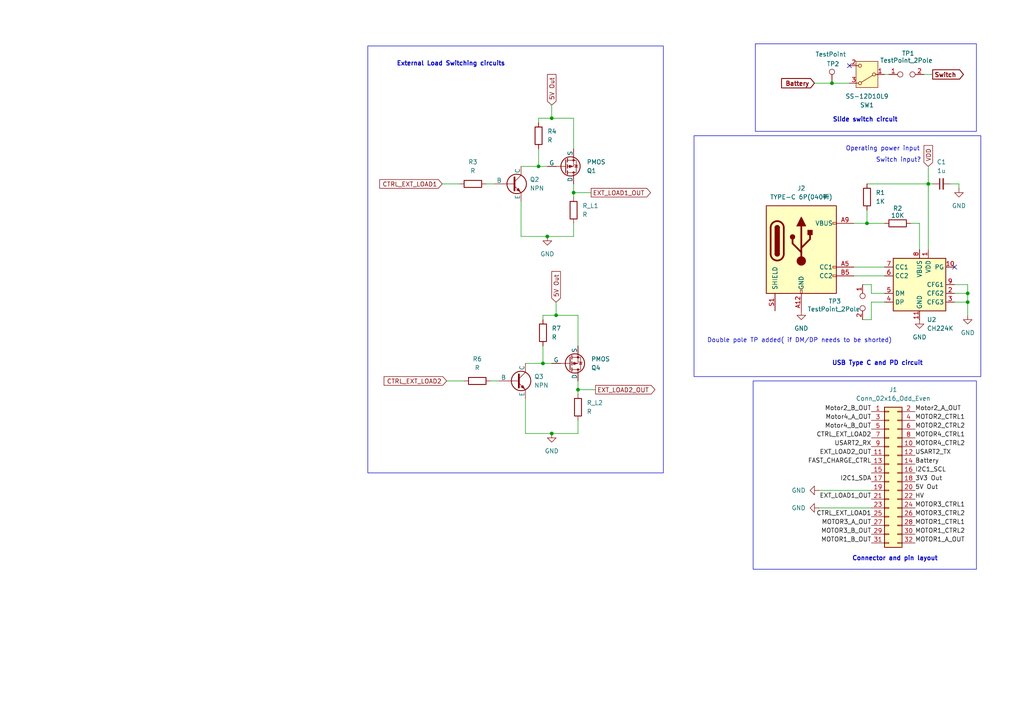
<source format=kicad_sch>
(kicad_sch (version 20250114) (generator "eeschema") (generator_version "9.0")
  (paper "A4")
  (lib_symbols
    (symbol "Connector:TestPoint" (pin_numbers (hide yes)) (pin_names (offset 0.762) (hide yes))
      (property "Reference" "TP" (at 0 6.858 0))
      (property "Value" "TestPoint" (at 0 5.08 0))
      (symbol "TestPoint_0_1"
        (circle (center 0 3.302) (radius 0.762))
      )
      (symbol "TestPoint_1_1"
        (pin passive line (at 0 0 90) (length 2.54) (name "1") (number "1"))
      )
    )
    (symbol "Connector:TestPoint_2Pole" (pin_names (offset 0.762) (hide yes))
      (property "Reference" "TP" (at 0 1.524 0))
      (property "Value" "TestPoint_2Pole" (at 0 -1.778 0))
      (symbol "TestPoint_2Pole_0_1"
        (circle (center -1.778 0) (radius 0.762))
        (circle (center 1.778 0) (radius 0.762))
        (pin passive line (at -5.08 0 0) (length 2.54) (name "1") (number "1"))
        (pin passive line (at 5.08 0 180) (length 2.54) (name "2") (number "2"))
      )
    )
    (symbol "Connector:USB_C_Receptacle_PowerOnly_6P" (pin_names (offset 1.016))
      (property "Reference" "J" (at 0 16.51 0))
      (property "Value" "USB_C_Receptacle_PowerOnly_6P" (at 0 13.97 0))
      (symbol "USB_C_Receptacle_PowerOnly_6P_0_0"
        (rectangle (start -0.254 -12.7) (end 0.254 -11.684))
        (rectangle (start 10.16 7.874) (end 9.144 7.366))
        (rectangle (start 10.16 -4.826) (end 9.144 -5.334))
        (rectangle (start 10.16 -7.366) (end 9.144 -7.874))
      )
      (symbol "USB_C_Receptacle_PowerOnly_6P_0_1"
        (rectangle (start -10.16 12.7) (end 10.16 -12.7) (stroke (width 0.254)) (fill (type background)))
        (polyline (pts (xy -8.89 -1.27) (xy -8.89 6.35)) (stroke (width 0.508)))
        (rectangle (start -7.62 -1.27) (end -6.35 6.35) (stroke (width 0.254)) (fill (type outline)))
        (arc (start -7.62 6.35) (mid -6.985 6.9823) (end -6.35 6.35) (stroke (width 0.254)))
        (arc (start -7.62 6.35) (mid -6.985 6.9823) (end -6.35 6.35) (stroke (width 0.254)) (fill (type outline)))
        (arc (start -8.89 6.35) (mid -6.985 8.2467) (end -5.08 6.35) (stroke (width 0.508)))
        (arc (start -5.08 -1.27) (mid -6.985 -3.1667) (end -8.89 -1.27) (stroke (width 0.508)))
        (arc (start -6.35 -1.27) (mid -6.985 -1.9023) (end -7.62 -1.27) (stroke (width 0.254)))
        (arc (start -6.35 -1.27) (mid -6.985 -1.9023) (end -7.62 -1.27) (stroke (width 0.254)) (fill (type outline)))
        (polyline (pts (xy -5.08 6.35) (xy -5.08 -1.27)) (stroke (width 0.508)))
        (circle (center -2.54 3.683) (radius 0.635) (stroke (width 0.254)) (fill (type outline)))
        (polyline (pts (xy -1.27 6.858) (xy 0 9.398) (xy 1.27 6.858) (xy -1.27 6.858)) (stroke (width 0.254)) (fill (type outline)))
        (polyline (pts (xy 0 0.508) (xy 2.54 3.048) (xy 2.54 4.318)) (stroke (width 0.508)))
        (polyline (pts (xy 0 -0.762) (xy -2.54 1.778) (xy -2.54 3.048)) (stroke (width 0.508)))
        (polyline (pts (xy 0 -3.302) (xy 0 6.858)) (stroke (width 0.508)))
        (circle (center 0 -3.302) (radius 1.27) (fill (type outline)))
        (rectangle (start 1.905 4.318) (end 3.175 5.588) (stroke (width 0.254)) (fill (type outline)))
      )
      (symbol "USB_C_Receptacle_PowerOnly_6P_1_1"
        (pin passive line (at -7.62 -17.78 90) (length 5.08) (name "SHIELD") (number "S1"))
        (pin passive line (at 0 -17.78 90) (length 5.08) (name "GND") (number "A12"))
        (pin passive line (at 0 -17.78 90) (length 5.08) (hide yes) (name "GND") (number "B12"))
        (pin passive line (at 15.24 7.62 180) (length 5.08) (name "VBUS") (number "A9"))
        (pin passive line (at 15.24 7.62 180) (length 5.08) (hide yes) (name "VBUS") (number "B9"))
        (pin bidirectional line (at 15.24 -5.08 180) (length 5.08) (name "CC1") (number "A5"))
        (pin bidirectional line (at 15.24 -7.62 180) (length 5.08) (name "CC2") (number "B5"))
      )
    )
    (symbol "Connector_Generic:Conn_02x16_Odd_Even" (pin_names (offset 1.016) (hide yes))
      (property "Reference" "J" (at 1.27 20.32 0))
      (property "Value" "Conn_02x16_Odd_Even" (at 1.27 -22.86 0))
      (symbol "Conn_02x16_Odd_Even_1_1"
        (rectangle (start -1.27 19.05) (end 3.81 -21.59) (stroke (width 0.254)) (fill (type background)))
        (rectangle (start -1.27 17.907) (end 0 17.653) (stroke (width 0.1524)))
        (rectangle (start -1.27 15.367) (end 0 15.113) (stroke (width 0.1524)))
        (rectangle (start -1.27 12.827) (end 0 12.573) (stroke (width 0.1524)))
        (rectangle (start -1.27 10.287) (end 0 10.033) (stroke (width 0.1524)))
        (rectangle (start -1.27 7.747) (end 0 7.493) (stroke (width 0.1524)))
        (rectangle (start -1.27 5.207) (end 0 4.953) (stroke (width 0.1524)))
        (rectangle (start -1.27 2.667) (end 0 2.413) (stroke (width 0.1524)))
        (rectangle (start -1.27 0.127) (end 0 -0.127) (stroke (width 0.1524)))
        (rectangle (start -1.27 -2.413) (end 0 -2.667) (stroke (width 0.1524)))
        (rectangle (start -1.27 -4.953) (end 0 -5.207) (stroke (width 0.1524)))
        (rectangle (start -1.27 -7.493) (end 0 -7.747) (stroke (width 0.1524)))
        (rectangle (start -1.27 -10.033) (end 0 -10.287) (stroke (width 0.1524)))
        (rectangle (start -1.27 -12.573) (end 0 -12.827) (stroke (width 0.1524)))
        (rectangle (start -1.27 -15.113) (end 0 -15.367) (stroke (width 0.1524)))
        (rectangle (start -1.27 -17.653) (end 0 -17.907) (stroke (width 0.1524)))
        (rectangle (start -1.27 -20.193) (end 0 -20.447) (stroke (width 0.1524)))
        (rectangle (start 3.81 17.907) (end 2.54 17.653) (stroke (width 0.1524)))
        (rectangle (start 3.81 15.367) (end 2.54 15.113) (stroke (width 0.1524)))
        (rectangle (start 3.81 12.827) (end 2.54 12.573) (stroke (width 0.1524)))
        (rectangle (start 3.81 10.287) (end 2.54 10.033) (stroke (width 0.1524)))
        (rectangle (start 3.81 7.747) (end 2.54 7.493) (stroke (width 0.1524)))
        (rectangle (start 3.81 5.207) (end 2.54 4.953) (stroke (width 0.1524)))
        (rectangle (start 3.81 2.667) (end 2.54 2.413) (stroke (width 0.1524)))
        (rectangle (start 3.81 0.127) (end 2.54 -0.127) (stroke (width 0.1524)))
        (rectangle (start 3.81 -2.413) (end 2.54 -2.667) (stroke (width 0.1524)))
        (rectangle (start 3.81 -4.953) (end 2.54 -5.207) (stroke (width 0.1524)))
        (rectangle (start 3.81 -7.493) (end 2.54 -7.747) (stroke (width 0.1524)))
        (rectangle (start 3.81 -10.033) (end 2.54 -10.287) (stroke (width 0.1524)))
        (rectangle (start 3.81 -12.573) (end 2.54 -12.827) (stroke (width 0.1524)))
        (rectangle (start 3.81 -15.113) (end 2.54 -15.367) (stroke (width 0.1524)))
        (rectangle (start 3.81 -17.653) (end 2.54 -17.907) (stroke (width 0.1524)))
        (rectangle (start 3.81 -20.193) (end 2.54 -20.447) (stroke (width 0.1524)))
        (pin passive line (at -5.08 17.78 0) (length 3.81) (name "Pin_1") (number "1"))
        (pin passive line (at -5.08 15.24 0) (length 3.81) (name "Pin_3") (number "3"))
        (pin passive line (at -5.08 12.7 0) (length 3.81) (name "Pin_5") (number "5"))
        (pin passive line (at -5.08 10.16 0) (length 3.81) (name "Pin_7") (number "7"))
        (pin passive line (at -5.08 7.62 0) (length 3.81) (name "Pin_9") (number "9"))
        (pin passive line (at -5.08 5.08 0) (length 3.81) (name "Pin_11") (number "11"))
        (pin passive line (at -5.08 2.54 0) (length 3.81) (name "Pin_13") (number "13"))
        (pin passive line (at -5.08 0 0) (length 3.81) (name "Pin_15") (number "15"))
        (pin passive line (at -5.08 -2.54 0) (length 3.81) (name "Pin_17") (number "17"))
        (pin passive line (at -5.08 -5.08 0) (length 3.81) (name "Pin_19") (number "19"))
        (pin passive line (at -5.08 -7.62 0) (length 3.81) (name "Pin_21") (number "21"))
        (pin passive line (at -5.08 -10.16 0) (length 3.81) (name "Pin_23") (number "23"))
        (pin passive line (at -5.08 -12.7 0) (length 3.81) (name "Pin_25") (number "25"))
        (pin passive line (at -5.08 -15.24 0) (length 3.81) (name "Pin_27") (number "27"))
        (pin passive line (at -5.08 -17.78 0) (length 3.81) (name "Pin_29") (number "29"))
        (pin passive line (at -5.08 -20.32 0) (length 3.81) (name "Pin_31") (number "31"))
        (pin passive line (at 7.62 17.78 180) (length 3.81) (name "Pin_2") (number "2"))
        (pin passive line (at 7.62 15.24 180) (length 3.81) (name "Pin_4") (number "4"))
        (pin passive line (at 7.62 12.7 180) (length 3.81) (name "Pin_6") (number "6"))
        (pin passive line (at 7.62 10.16 180) (length 3.81) (name "Pin_8") (number "8"))
        (pin passive line (at 7.62 7.62 180) (length 3.81) (name "Pin_10") (number "10"))
        (pin passive line (at 7.62 5.08 180) (length 3.81) (name "Pin_12") (number "12"))
        (pin passive line (at 7.62 2.54 180) (length 3.81) (name "Pin_14") (number "14"))
        (pin passive line (at 7.62 0 180) (length 3.81) (name "Pin_16") (number "16"))
        (pin passive line (at 7.62 -2.54 180) (length 3.81) (name "Pin_18") (number "18"))
        (pin passive line (at 7.62 -5.08 180) (length 3.81) (name "Pin_20") (number "20"))
        (pin passive line (at 7.62 -7.62 180) (length 3.81) (name "Pin_22") (number "22"))
        (pin passive line (at 7.62 -10.16 180) (length 3.81) (name "Pin_24") (number "24"))
        (pin passive line (at 7.62 -12.7 180) (length 3.81) (name "Pin_26") (number "26"))
        (pin passive line (at 7.62 -15.24 180) (length 3.81) (name "Pin_28") (number "28"))
        (pin passive line (at 7.62 -17.78 180) (length 3.81) (name "Pin_30") (number "30"))
        (pin passive line (at 7.62 -20.32 180) (length 3.81) (name "Pin_32") (number "32"))
      )
    )
    (symbol "Device:C_Small" (pin_numbers (hide yes)) (pin_names (offset 0.254) (hide yes))
      (property "Reference" "C" (at 0.254 1.778 0))
      (property "Value" "C_Small" (at 0.254 -2.032 0))
      (symbol "C_Small_0_1"
        (polyline (pts (xy -1.524 0.508) (xy 1.524 0.508)) (stroke (width 0.3048)))
        (polyline (pts (xy -1.524 -0.508) (xy 1.524 -0.508)) (stroke (width 0.3302)))
      )
      (symbol "C_Small_1_1"
        (pin passive line (at 0 2.54 270) (length 2.032) (name "~") (number "1"))
        (pin passive line (at 0 -2.54 90) (length 2.032) (name "~") (number "2"))
      )
    )
    (symbol "Device:R" (pin_numbers (hide yes)) (pin_names (offset 0))
      (property "Reference" "R" (at 2.032 0 90))
      (property "Value" "R" (at 0 0 90))
      (symbol "R_0_1"
        (rectangle (start -1.016 -2.54) (end 1.016 2.54) (stroke (width 0.254)))
      )
      (symbol "R_1_1"
        (pin passive line (at 0 3.81 270) (length 1.27) (name "~") (number "1"))
        (pin passive line (at 0 -3.81 90) (length 1.27) (name "~") (number "2"))
      )
    )
    (symbol "Interface_USB:CH224K"
      (property "Reference" "U" (at -7.874 -8.89 0))
      (property "Value" "CH224K" (at 3.048 -8.89 0))
      (symbol "CH224K_1_1"
        (rectangle (start -7.62 7.62) (end 7.62 -7.62) (stroke (width 0.254)) (fill (type background)))
        (pin bidirectional line (at -10.16 5.08 0) (length 2.54) (name "CC1") (number "7"))
        (pin bidirectional line (at -10.16 2.54 0) (length 2.54) (name "CC2") (number "6"))
        (pin bidirectional line (at -10.16 -2.54 0) (length 2.54) (name "DM") (number "5"))
        (pin bidirectional line (at -10.16 -5.08 0) (length 2.54) (name "DP") (number "4"))
        (pin passive line (at 0 10.16 270) (length 2.54) (name "VBUS") (number "8"))
        (pin power_in line (at 0 -10.16 90) (length 2.54) (name "GND") (number "11"))
        (pin power_in line (at 2.54 10.16 270) (length 2.54) (name "VDD") (number "1"))
        (pin open_collector line (at 10.16 5.08 180) (length 2.54) (name "PG") (number "10"))
        (pin passive line (at 10.16 0 180) (length 2.54) (name "CFG1") (number "9"))
        (pin passive line (at 10.16 -2.54 180) (length 2.54) (name "CFG2") (number "2"))
        (pin passive line (at 10.16 -5.08 180) (length 2.54) (name "CFG3") (number "3"))
      )
    )
    (symbol "Simulation_SPICE:NPN" (pin_numbers (hide yes)) (pin_names (offset 0))
      (property "Reference" "Q" (at -2.54 7.62 0))
      (property "Value" "NPN" (at -2.54 5.08 0))
      (symbol "NPN_0_1"
        (polyline (pts (xy -2.54 0) (xy 0.635 0)) (stroke (width 0.1524)))
        (polyline (pts (xy 0.635 1.905) (xy 0.635 -1.905) (xy 0.635 -1.905)) (stroke (width 0.508)))
        (polyline (pts (xy 0.635 0.635) (xy 2.54 2.54)))
        (polyline (pts (xy 0.635 -0.635) (xy 2.54 -2.54) (xy 2.54 -2.54)))
        (circle (center 1.27 0) (radius 2.8194) (stroke (width 0.254)))
        (polyline (pts (xy 1.27 -1.778) (xy 1.778 -1.27) (xy 2.286 -2.286) (xy 1.27 -1.778) (xy 1.27 -1.778)) (fill (type outline)))
        (polyline (pts (xy 2.794 -1.27) (xy 2.794 -1.27)) (stroke (width 0.1524)))
        (polyline (pts (xy 2.794 -1.27) (xy 2.794 -1.27)) (stroke (width 0.1524)))
      )
      (symbol "NPN_1_1"
        (pin input line (at -5.08 0 0) (length 2.54) (name "B") (number "2"))
        (pin open_collector line (at 2.54 5.08 270) (length 2.54) (name "C") (number "1"))
        (pin open_emitter line (at 2.54 -5.08 90) (length 2.54) (name "E") (number "3"))
      )
    )
    (symbol "Simulation_SPICE:PMOS" (pin_numbers (hide yes)) (pin_names (offset 0))
      (property "Reference" "Q" (at 5.08 1.27 0))
      (property "Value" "PMOS" (at 5.08 -1.27 0))
      (symbol "PMOS_0_1"
        (polyline (pts (xy 0.254 1.905) (xy 0.254 -1.905)) (stroke (width 0.254)))
        (polyline (pts (xy 0.254 0) (xy -2.54 0)))
        (polyline (pts (xy 0.762 2.286) (xy 0.762 1.27)) (stroke (width 0.254)))
        (polyline (pts (xy 0.762 1.778) (xy 3.302 1.778) (xy 3.302 -1.778) (xy 0.762 -1.778)))
        (polyline (pts (xy 0.762 0.508) (xy 0.762 -0.508)) (stroke (width 0.254)))
        (polyline (pts (xy 0.762 -1.27) (xy 0.762 -2.286)) (stroke (width 0.254)))
        (circle (center 1.651 0) (radius 2.794) (stroke (width 0.254)))
        (polyline (pts (xy 2.286 0) (xy 1.27 0.381) (xy 1.27 -0.381) (xy 2.286 0)) (fill (type outline)))
        (polyline (pts (xy 2.54 2.54) (xy 2.54 1.778)))
        (circle (center 2.54 1.778) (radius 0.254) (fill (type outline)))
        (circle (center 2.54 -1.778) (radius 0.254) (fill (type outline)))
        (polyline (pts (xy 2.54 -2.54) (xy 2.54 0) (xy 0.762 0)))
        (polyline (pts (xy 2.794 -0.508) (xy 2.921 -0.381) (xy 3.683 -0.381) (xy 3.81 -0.254)))
        (polyline (pts (xy 3.302 -0.381) (xy 2.921 0.254) (xy 3.683 0.254) (xy 3.302 -0.381)))
      )
      (symbol "PMOS_1_1"
        (pin input line (at -5.08 0 0) (length 2.54) (name "G") (number "2"))
        (pin passive line (at 2.54 5.08 270) (length 2.54) (name "D") (number "1"))
        (pin passive line (at 2.54 -5.08 90) (length 2.54) (name "S") (number "3"))
      )
    )
    (symbol "Switch:SW_Wuerth_450301014042" (pin_names (offset 1) (hide yes))
      (property "Reference" "SW" (at 0 5.08 0))
      (property "Value" "SW_Wuerth_450301014042" (at 0 -5.08 0))
      (symbol "SW_Wuerth_450301014042_0_1"
        (circle (center -2.032 0) (radius 0.4572))
        (polyline (pts (xy -1.651 0.254) (xy 1.651 2.286)))
        (circle (center 2.032 2.54) (radius 0.4572))
        (circle (center 2.032 -2.54) (radius 0.4572))
      )
      (symbol "SW_Wuerth_450301014042_1_1"
        (rectangle (start -3.175 3.81) (end 3.175 -3.81) (fill (type background)))
        (pin passive line (at -5.08 0 0) (length 2.54) (name "B") (number "1"))
        (pin passive line (at 5.08 2.54 180) (length 2.54) (name "A") (number "3"))
        (pin passive line (at 5.08 -2.54 180) (length 2.54) (name "C") (number "2"))
      )
    )
    (symbol "power:GND" (power) (pin_numbers (hide yes)) (pin_names (offset 0) (hide yes))
      (property "Value" "GND" (at 0 -3.81 0))
      (symbol "GND_0_1"
        (polyline (pts (xy 0 0) (xy 0 -1.27) (xy 1.27 -1.27) (xy 0 -2.54) (xy -1.27 -1.27) (xy 0 -1.27)))
      )
      (symbol "GND_1_1"
        (pin power_in line (at 0 0 270) (length 0) (name "~") (number "1"))
      )
    )
  )
  (rectangle (start 106.68 13.335) (end 192.405 137.16))
  (rectangle (start 201.295 39.37) (end 284.48 109.22))
  (rectangle (start 218.44 110.49) (end 283.21 165.1))
  (rectangle (start 219.075 12.7) (end 283.21 38.1))
  (text "Connector and pin layout" (at 259.588 162.052 0) (effects (font (size 1.27 1.27) (thickness 0.254) (bold yes))))
  (text "Slide switch circuit" (at 250.952 34.798 0) (effects (font (size 1.27 1.27) (thickness 0.254) (bold yes))))
  (text "Operating power input" (at 256.032 43.18 0) (effects (font (size 1.27 1.27) (thickness 0.1588))))
  (text " External Load Switching circuits\n" (at 130.302 18.542 0) (effects (font (size 1.27 1.27) (thickness 0.254) (bold yes))))
  (text "Double pole TP added( if DM/DP needs to be shorted)" (at 231.902 98.806 0) (effects (font (size 1.27 1.27))))
  (text "USB Type C and PD circuit" (at 254.508 105.41 0) (effects (font (size 1.27 1.27) (thickness 0.254) (bold yes))))
  (text "Switch input?" (at 260.604 46.482 0) (effects (font (size 1.27 1.27) (thickness 0.1588))))
  (junction (at 156.21 48.26))
  (junction (at 167.64 113.03))
  (junction (at 269.24 53.34))
  (junction (at 166.37 55.88))
  (junction (at 158.75 68.58))
  (junction (at 280.67 87.63))
  (junction (at 160.02 34.29))
  (junction (at 161.29 91.44))
  (junction (at 160.02 125.73))
  (junction (at 241.3 24.13))
  (junction (at 280.67 85.09))
  (junction (at 157.48 105.41))
  (junction (at 251.46 64.77))
  (no_connect (at 276.86 77.47))
  (no_connect (at 246.38 19.05))
  (wire (pts (xy 276.86 87.63) (xy 280.67 87.63)))
  (wire (pts (xy 156.21 48.26) (xy 158.75 48.26)))
  (wire (pts (xy 151.13 48.26) (xy 156.21 48.26)))
  (wire (pts (xy 167.64 110.49) (xy 167.64 113.03)))
  (wire (pts (xy 129.54 110.49) (xy 134.62 110.49)))
  (wire (pts (xy 276.86 85.09) (xy 280.67 85.09)))
  (wire (pts (xy 140.97 53.34) (xy 143.51 53.34)))
  (wire (pts (xy 256.54 21.59) (xy 257.81 21.59)))
  (wire (pts (xy 251.46 64.77) (xy 256.54 64.77)))
  (wire (pts (xy 251.46 60.96) (xy 251.46 64.77)))
  (wire (pts (xy 156.21 35.56) (xy 156.21 34.29)))
  (wire (pts (xy 252.73 87.63) (xy 252.73 92.71)))
  (wire (pts (xy 267.97 21.59) (xy 270.51 21.59)))
  (wire (pts (xy 237.49 142.24) (xy 252.73 142.24)))
  (wire (pts (xy 247.65 77.47) (xy 256.54 77.47)))
  (wire (pts (xy 161.29 87.63) (xy 161.29 91.44)))
  (wire (pts (xy 161.29 91.44) (xy 167.64 91.44)))
  (wire (pts (xy 251.46 53.34) (xy 269.24 53.34)))
  (wire (pts (xy 156.21 34.29) (xy 160.02 34.29)))
  (wire (pts (xy 160.02 34.29) (xy 166.37 34.29)))
  (wire (pts (xy 252.73 87.63) (xy 256.54 87.63)))
  (wire (pts (xy 157.48 105.41) (xy 160.02 105.41)))
  (wire (pts (xy 157.48 91.44) (xy 161.29 91.44)))
  (wire (pts (xy 152.4 115.57) (xy 152.4 125.73)))
  (wire (pts (xy 157.48 92.71) (xy 157.48 91.44)))
  (wire (pts (xy 269.24 48.26) (xy 269.24 53.34)))
  (wire (pts (xy 266.7 72.39) (xy 266.7 64.77)))
  (wire (pts (xy 158.75 68.58) (xy 151.13 68.58)))
  (wire (pts (xy 266.7 64.77) (xy 264.16 64.77)))
  (wire (pts (xy 156.21 43.18) (xy 156.21 48.26)))
  (wire (pts (xy 250.19 92.71) (xy 252.73 92.71)))
  (wire (pts (xy 167.64 113.03) (xy 172.72 113.03)))
  (wire (pts (xy 166.37 55.88) (xy 171.45 55.88)))
  (wire (pts (xy 166.37 55.88) (xy 166.37 57.15)))
  (wire (pts (xy 278.13 54.61) (xy 278.13 53.34)))
  (wire (pts (xy 128.27 53.34) (xy 133.35 53.34)))
  (wire (pts (xy 167.64 113.03) (xy 167.64 114.3)))
  (wire (pts (xy 241.3 24.13) (xy 246.38 24.13)))
  (wire (pts (xy 167.64 91.44) (xy 167.64 100.33)))
  (wire (pts (xy 247.65 64.77) (xy 251.46 64.77)))
  (wire (pts (xy 151.13 58.42) (xy 151.13 68.58)))
  (wire (pts (xy 269.24 53.34) (xy 269.24 72.39)))
  (wire (pts (xy 166.37 68.58) (xy 158.75 68.58)))
  (wire (pts (xy 166.37 64.77) (xy 166.37 68.58)))
  (wire (pts (xy 166.37 53.34) (xy 166.37 55.88)))
  (wire (pts (xy 280.67 85.09) (xy 280.67 87.63)))
  (wire (pts (xy 152.4 105.41) (xy 157.48 105.41)))
  (wire (pts (xy 142.24 110.49) (xy 144.78 110.49)))
  (wire (pts (xy 247.65 80.01) (xy 256.54 80.01)))
  (wire (pts (xy 166.37 34.29) (xy 166.37 43.18)))
  (wire (pts (xy 269.24 53.34) (xy 270.51 53.34)))
  (wire (pts (xy 160.02 30.48) (xy 160.02 34.29)))
  (wire (pts (xy 280.67 87.63) (xy 280.67 91.44)))
  (wire (pts (xy 160.02 125.73) (xy 152.4 125.73)))
  (wire (pts (xy 250.19 82.55) (xy 252.73 82.55)))
  (wire (pts (xy 278.13 53.34) (xy 275.59 53.34)))
  (wire (pts (xy 167.64 121.92) (xy 167.64 125.73)))
  (wire (pts (xy 276.86 82.55) (xy 280.67 82.55)))
  (wire (pts (xy 280.67 82.55) (xy 280.67 85.09)))
  (wire (pts (xy 252.73 82.55) (xy 252.73 85.09)))
  (wire (pts (xy 167.64 125.73) (xy 160.02 125.73)))
  (wire (pts (xy 236.22 24.13) (xy 241.3 24.13)))
  (wire (pts (xy 157.48 100.33) (xy 157.48 105.41)))
  (wire (pts (xy 237.49 147.32) (xy 252.73 147.32)))
  (wire (pts (xy 252.73 85.09) (xy 256.54 85.09)))
  (label "MOTOR2_CTRL2" (at 265.43 124.46 0))
  (label "MOTOR1_A_OUT" (at 265.43 157.48 0))
  (label "Motor2_A_OUT" (at 265.43 119.38 0))
  (label "USART2_RX" (at 252.73 129.54 180))
  (label "3V3 Out" (at 265.43 139.7 0))
  (label "MOTOR1_CTRL2" (at 265.43 154.94 0))
  (label "Motor2_B_OUT" (at 252.73 119.38 180))
  (label "HV" (at 265.43 144.78 0))
  (label "MOTOR3_B_OUT" (at 252.73 154.94 180))
  (label "CTRL_EXT_LOAD1" (at 252.73 149.86 180) (effects (font (thickness 0.1588))))
  (label "MOTOR4_CTRL2" (at 265.43 129.54 0))
  (label "MOTOR3_CTRL1" (at 265.43 147.32 0))
  (label "Motor4_A_OUT" (at 252.73 121.92 180))
  (label "EXT_LOAD1_OUT" (at 252.73 144.78 180))
  (label "MOTOR2_CTRL1" (at 265.43 121.92 0))
  (label "MOTOR1_CTRL1" (at 265.43 152.4 0))
  (label "FAST_CHARGE_CTRL" (at 252.73 134.62 180))
  (label "CTRL_EXT_LOAD2" (at 252.73 127 180) (effects (font (thickness 0.1588))))
  (label "5V Out" (at 265.43 142.24 0))
  (label "Motor4_B_OUT" (at 252.73 124.46 180))
  (label "I2C1_SCL" (at 265.43 137.16 0))
  (label "MOTOR4_CTRL1" (at 265.43 127 0))
  (label "Battery" (at 265.43 134.62 0))
  (label "I2C1_SDA" (at 252.73 139.7 180))
  (label "MOTOR1_B_OUT" (at 252.73 157.48 180))
  (label "MOTOR3_CTRL2" (at 265.43 149.86 0))
  (label "MOTOR3_A_OUT" (at 252.73 152.4 180))
  (label "EXT_LOAD2_OUT" (at 252.73 132.08 180))
  (label "USART2_TX" (at 265.43 132.08 0))
  (global_label "5V Out" (shape input) (at 161.29 87.63 90) (effects (font (thickness 0.1588))) (property "Intersheetrefs" "${INTERSHEET_REFS}" (effects (hide yes))))
  (global_label "VDD" (shape input) (at 269.24 48.26 90) (property "Intersheetrefs" "${INTERSHEET_REFS}" (effects (hide yes))))
  (global_label "Switch" (shape output) (at 270.51 21.59 0) (effects (font (thickness 0.254) (bold yes))) (property "Intersheetrefs" "${INTERSHEET_REFS}" (effects (hide yes))))
  (global_label "CTRL_EXT_LOAD1" (shape input) (at 128.27 53.34 180) (effects (font (thickness 0.1588))) (property "Intersheetrefs" "${INTERSHEET_REFS}" (effects (hide yes))))
  (global_label "5V Out" (shape input) (at 160.02 30.48 90) (effects (font (thickness 0.1588))) (property "Intersheetrefs" "${INTERSHEET_REFS}" (effects (hide yes))))
  (global_label "Battery" (shape input) (at 236.22 24.13 180) (effects (font (thickness 0.254) (bold yes))) (property "Intersheetrefs" "${INTERSHEET_REFS}" (effects (hide yes))))
  (global_label "EXT_LOAD1_OUT" (shape output) (at 171.45 55.88 0) (effects (font (thickness 0.1588))) (property "Intersheetrefs" "${INTERSHEET_REFS}" (effects (hide yes))))
  (global_label "CTRL_EXT_LOAD2" (shape input) (at 129.54 110.49 180) (effects (font (thickness 0.1588))) (property "Intersheetrefs" "${INTERSHEET_REFS}" (effects (hide yes))))
  (global_label "EXT_LOAD2_OUT" (shape output) (at 172.72 113.03 0) (effects (font (thickness 0.1588))) (property "Intersheetrefs" "${INTERSHEET_REFS}" (effects (hide yes))))
  (symbol (lib_id "Connector:TestPoint") (at 241.3 24.13 0) (unit 1)
    (property "Reference" "TP2" (at 239.776 18.542 0) (effects (justify left)))
    (property "Value" "TestPoint" (at 236.474 15.748 0) (effects (justify left)))
    (property "Description" "test point" (effects (hide yes)))
  )
  (symbol (lib_id "Device:R") (at 167.64 118.11 0) (unit 1)
    (property "Reference" "R_L2" (at 170.18 116.8399 0) (effects (justify left)))
    (property "Value" "R" (at 170.18 119.3799 0) (effects (justify left)))
    (property "Description" "Resistor" (effects (hide yes)))
  )
  (symbol (lib_id "Connector:TestPoint_2Pole") (at 250.19 87.63 270) (unit 1)
    (property "Reference" "TP3" (at 240.284 87.376 90) (effects (justify left)))
    (property "Value" "TestPoint_2Pole" (at 234.188 89.662 90) (effects (justify left)))
    (property "Description" "2-polar test point" (effects (hide yes)))
  )
  (symbol (lib_id "Switch:SW_Wuerth_450301014042") (at 251.46 21.59 180) (unit 1)
    (property "Reference" "SW1" (at 251.46 30.48 0))
    (property "Value" "SS-12D10L9" (at 251.46 27.94 0))
    (property "Footprint" "Button_Switch_THT:SW_Slide-03_Wuerth-WS-SLTV_10x2.5x6.4_P2.54mm" (effects (hide yes)))
    (property "Datasheet" "https://www.we-online.com/components/products/datasheet/450301014042.pdf" (effects (hide yes)))
    (property "Description" "Switch slide, single pole double throw" (effects (hide yes)))
  )
  (symbol (lib_id "Simulation_SPICE:NPN") (at 148.59 53.34 0) (unit 1)
    (property "Reference" "Q2" (at 153.67 52.0699 0) (effects (justify left)))
    (property "Value" "NPN" (at 153.67 54.6099 0) (effects (justify left)))
    (property "Datasheet" "https://ngspice.sourceforge.io/docs/ngspice-html-manual/manual.xhtml#cha_BJTs" (effects (hide yes)))
    (property "Description" "Bipolar transistor symbol for simulation only, substrate tied to the emitter" (effects (hide yes)))
    (property "Sim.Device" "NPN" (effects (hide yes)))
    (property "Sim.Type" "GUMMELPOON" (effects (hide yes)))
    (property "Sim.Pins" "1=C 2=B 3=E" (effects (hide yes)))
  )
  (symbol (lib_id "power:GND") (at 266.7 92.71 0) (unit 1)
    (property "Reference" "#PWR04" (effects (hide yes)))
    (property "Value" "GND" (at 266.7 97.79 0))
    (property "Description" "Power symbol creates a global label with name \"GND\" , ground" (effects (hide yes)))
  )
  (symbol (lib_id "Connector_Generic:Conn_02x16_Odd_Even") (at 257.81 137.16 0) (unit 1)
    (property "Reference" "J1" (at 259.08 113.03 0))
    (property "Value" "Conn_02x16_Odd_Even" (at 259.08 115.57 0))
    (property "Description" "Generic connector, double row, 02x16, odd/even pin numbering scheme (row 1 odd numbers, row 2 even numbers), script generated (kicad-library-utils/schlib/autogen/connector/)" (effects (hide yes)))
  )
  (symbol (lib_id "power:GND") (at 160.02 125.73 0) (unit 1)
    (property "Reference" "#PWR08" (effects (hide yes)))
    (property "Value" "GND" (at 160.02 130.81 0))
    (property "Description" "Power symbol creates a global label with name \"GND\" , ground" (effects (hide yes)))
  )
  (symbol (lib_id "power:GND") (at 158.75 68.58 0) (unit 1)
    (property "Reference" "#PWR07" (effects (hide yes)))
    (property "Value" "GND" (at 158.75 73.66 0))
    (property "Description" "Power symbol creates a global label with name \"GND\" , ground" (effects (hide yes)))
  )
  (symbol (lib_id "power:GND") (at 232.41 90.17 0) (unit 1)
    (property "Reference" "#PWR05" (effects (hide yes)))
    (property "Value" "GND" (at 232.41 95.25 0))
    (property "Description" "Power symbol creates a global label with name \"GND\" , ground" (effects (hide yes)))
  )
  (symbol (lib_id "Connector:USB_C_Receptacle_PowerOnly_6P") (at 232.41 72.39 0) (unit 1)
    (property "Reference" "J2" (at 232.41 54.61 0))
    (property "Value" "TYPE-C 6P(040新)" (at 232.41 57.15 0))
    (property "Datasheet" "https://www.usb.org/sites/default/files/documents/usb_type-c.zip" (effects (hide yes)))
    (property "Description" "USB Power-Only 6P Type-C Receptacle connector" (effects (hide yes)))
  )
  (symbol (lib_id "Device:R") (at 138.43 110.49 270) (unit 1)
    (property "Reference" "R6" (at 138.43 104.14 90))
    (property "Value" "R" (at 138.43 106.68 90))
    (property "Description" "Resistor" (effects (hide yes)))
  )
  (symbol (lib_id "Device:R") (at 166.37 60.96 0) (unit 1)
    (property "Reference" "R_L1" (at 168.91 59.6899 0) (effects (justify left)))
    (property "Value" "R" (at 168.91 62.2299 0) (effects (justify left)))
    (property "Description" "Resistor" (effects (hide yes)))
  )
  (symbol (lib_id "Device:R") (at 156.21 39.37 0) (unit 1)
    (property "Reference" "R4" (at 158.75 38.0999 0) (effects (justify left)))
    (property "Value" "R" (at 158.75 40.6399 0) (effects (justify left)))
    (property "Description" "Resistor" (effects (hide yes)))
  )
  (symbol (lib_id "Simulation_SPICE:PMOS") (at 165.1 105.41 0) (mirror x) (unit 1)
    (property "Reference" "Q4" (at 171.45 106.6801 0) (effects (justify left)))
    (property "Value" "PMOS" (at 171.45 104.1401 0) (effects (justify left)))
    (property "Datasheet" "https://ngspice.sourceforge.io/docs/ngspice-html-manual/manual.xhtml#cha_MOSFETs" (effects (hide yes)))
    (property "Description" "P-MOSFET transistor, drain/source/gate" (effects (hide yes)))
    (property "Sim.Device" "PMOS" (effects (hide yes)))
    (property "Sim.Type" "VDMOS" (effects (hide yes)))
    (property "Sim.Pins" "1=D 2=G 3=S" (effects (hide yes)))
  )
  (symbol (lib_id "power:GND") (at 280.67 91.44 0) (unit 1)
    (property "Reference" "#PWR03" (effects (hide yes)))
    (property "Value" "GND" (at 280.67 96.52 0))
    (property "Description" "Power symbol creates a global label with name \"GND\" , ground" (effects (hide yes)))
  )
  (symbol (lib_id "power:GND") (at 237.49 147.32 270) (unit 1)
    (property "Reference" "#PWR02" (effects (hide yes)))
    (property "Value" "GND" (at 233.68 147.3199 90) (effects (justify right)))
    (property "Description" "Power symbol creates a global label with name \"GND\" , ground" (effects (hide yes)))
  )
  (symbol (lib_id "Device:R") (at 157.48 96.52 0) (unit 1)
    (property "Reference" "R7" (at 160.02 95.2499 0) (effects (justify left)))
    (property "Value" "R" (at 160.02 97.7899 0) (effects (justify left)))
    (property "Description" "Resistor" (effects (hide yes)))
  )
  (symbol (lib_id "Interface_USB:CH224K") (at 266.7 82.55 0) (unit 1)
    (property "Reference" "U2" (at 268.8433 92.71 0) (effects (justify left)))
    (property "Value" "CH224K" (at 268.8433 95.25 0) (effects (justify left)))
    (property "Footprint" "Package_SO:SSOP-10-1EP_3.9x4.9mm_P1mm_EP2.1x3.3mm" (effects (hide yes)))
    (property "Datasheet" "https://www.wch.cn/downloads/file/301.html" (effects (hide yes)))
    (property "Description" "100W USB Type-C PD3.0/2.0, BC1.2 Sink Controller, SSOP-10" (effects (hide yes)))
  )
  (symbol (lib_id "Simulation_SPICE:PMOS") (at 163.83 48.26 0) (mirror x) (unit 1)
    (property "Reference" "Q1" (at 170.18 49.5301 0) (effects (justify left)))
    (property "Value" "PMOS" (at 170.18 46.9901 0) (effects (justify left)))
    (property "Datasheet" "https://ngspice.sourceforge.io/docs/ngspice-html-manual/manual.xhtml#cha_MOSFETs" (effects (hide yes)))
    (property "Description" "P-MOSFET transistor, drain/source/gate" (effects (hide yes)))
    (property "Sim.Device" "PMOS" (effects (hide yes)))
    (property "Sim.Type" "VDMOS" (effects (hide yes)))
    (property "Sim.Pins" "1=D 2=G 3=S" (effects (hide yes)))
  )
  (symbol (lib_id "Connector:TestPoint_2Pole") (at 262.89 21.59 0) (unit 1)
    (property "Reference" "TP1" (at 263.398 15.494 0))
    (property "Value" "TestPoint_2Pole" (at 262.89 17.526 0))
    (property "Description" "2-polar test point" (effects (hide yes)))
  )
  (symbol (lib_id "Device:R") (at 137.16 53.34 270) (unit 1)
    (property "Reference" "R3" (at 137.16 46.99 90))
    (property "Value" "R" (at 137.16 49.53 90))
    (property "Description" "Resistor" (effects (hide yes)))
  )
  (symbol (lib_id "Device:R") (at 251.46 57.15 0) (unit 1)
    (property "Reference" "R1" (at 254 55.8799 0) (effects (justify left)))
    (property "Value" "1K" (at 254 58.4199 0) (effects (justify left)))
    (property "Description" "Resistor" (effects (hide yes)))
  )
  (symbol (lib_id "power:GND") (at 278.13 54.61 0) (unit 1)
    (property "Reference" "#PWR06" (effects (hide yes)))
    (property "Value" "GND" (at 278.13 59.69 0))
    (property "Description" "Power symbol creates a global label with name \"GND\" , ground" (effects (hide yes)))
  )
  (symbol (lib_id "Device:R") (at 260.35 64.77 270) (unit 1)
    (property "Reference" "R2" (at 260.35 60.452 90))
    (property "Value" "10K" (at 260.35 62.484 90))
    (property "Description" "Resistor" (effects (hide yes)))
  )
  (symbol (lib_id "Device:C_Small") (at 273.05 53.34 90) (unit 1)
    (property "Reference" "C1" (at 273.0563 46.99 90))
    (property "Value" "1u" (at 273.0563 49.53 90))
    (property "Description" "Unpolarized capacitor, small symbol" (effects (hide yes)))
  )
  (symbol (lib_id "power:GND") (at 237.49 142.24 270) (unit 1)
    (property "Reference" "#PWR01" (effects (hide yes)))
    (property "Value" "GND" (at 233.68 142.2399 90) (effects (justify right)))
    (property "Description" "Power symbol creates a global label with name \"GND\" , ground" (effects (hide yes)))
  )
  (symbol (lib_id "Simulation_SPICE:NPN") (at 149.86 110.49 0) (unit 1)
    (property "Reference" "Q3" (at 154.94 109.2199 0) (effects (justify left)))
    (property "Value" "NPN" (at 154.94 111.7599 0) (effects (justify left)))
    (property "Datasheet" "https://ngspice.sourceforge.io/docs/ngspice-html-manual/manual.xhtml#cha_BJTs" (effects (hide yes)))
    (property "Description" "Bipolar transistor symbol for simulation only, substrate tied to the emitter" (effects (hide yes)))
    (property "Sim.Device" "NPN" (effects (hide yes)))
    (property "Sim.Type" "GUMMELPOON" (effects (hide yes)))
    (property "Sim.Pins" "1=C 2=B 3=E" (effects (hide yes)))
  )
)
</source>
